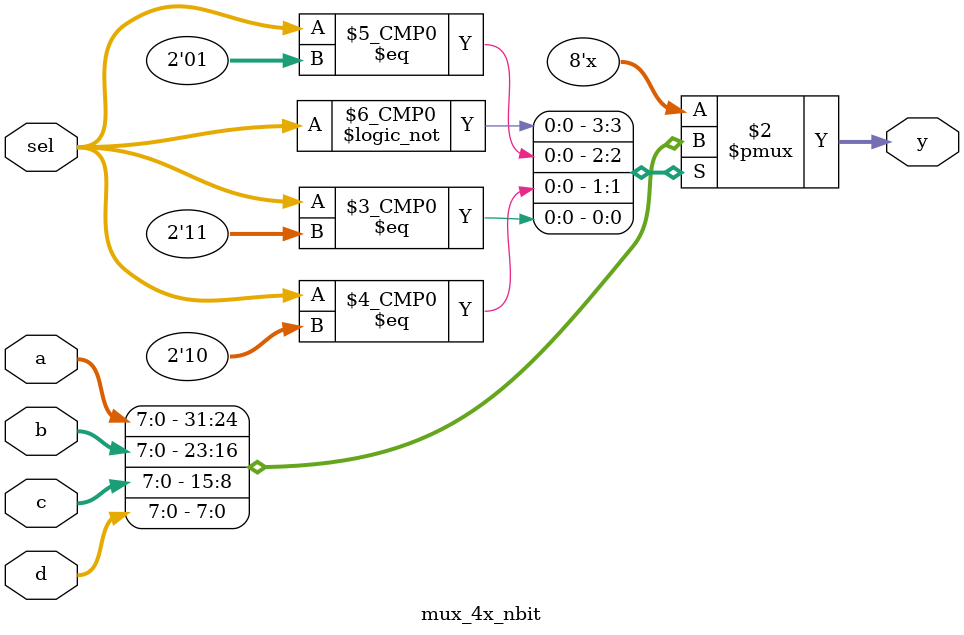
<source format=v>
module mux_4x_nbit 

#(parameter bus_width = 8)

(
	input [bus_width -1:0] a,
	input [bus_width -1:0] b,
	input [bus_width -1:0] c,
	input [bus_width -1:0] d,
	input [1:0] sel,
	output reg [bus_width -1:0] y
);

	always @(*) begin 
		case (sel) 
			2'd0: begin y=a; end
			2'd1: begin y=b; end
			2'd2: begin y=c; end
			2'd3: begin y=d; end
			default: begin y=a; end
		endcase 
	end 

endmodule 	
</source>
